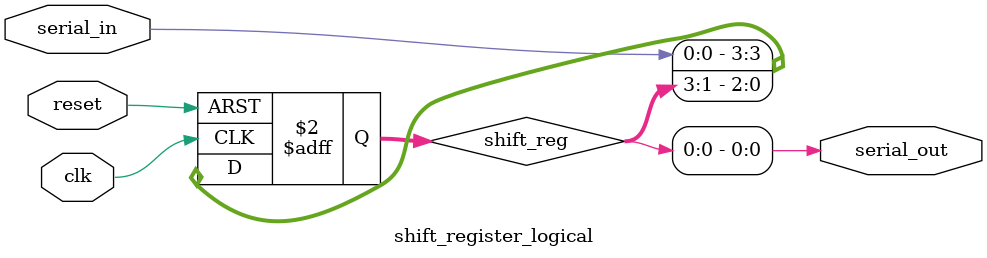
<source format=v>
module shift_register_logical (
    input wire clk,          // Clock input
    input wire reset,        // Asynchronous reset input
    input wire serial_in,    // Serial data input
    output wire serial_out   // Serial data output
);

    reg [3:0] shift_reg;     // 4-bit shift register

    // Assign the serial output as the LSB of the shift register
    assign serial_out = shift_reg[0];

    // Always block for sequential logic
    always @(posedge clk or posedge reset) begin
        if (reset) begin
            shift_reg <= 4'b0000;  // Clear the shift register on reset
        end else begin
            shift_reg <= {serial_in, shift_reg[3:1]}; // Right shift and insert serial_in at MSB
            // shift_reg <= shift_reg >> 1; // Logical right shift (alternate method)
            // shift_reg[3] <= serial_in;    // Assign serial_in to MSB
        end
    end

endmodule


/* module shift_register_nonblocking (
    input wire clk,          // Clock input
    input wire reset,        // Asynchronous reset input
    input wire serial_in,    // Serial data input
    output wire serial_out   // Serial data output
);

    reg [3:0] shift_reg;     // 4-bit shift register

    // Assign the serial output as the LSB of the shift register
    assign serial_out = shift_reg[0];

    // Always block for sequential logic
    always @(posedge clk or posedge reset) begin
        if (reset) begin
            shift_reg <= 4'b0000;  // Clear the shift register on reset
        end else begin
            shift_reg[0] <= shift_reg[1]; // Shift LSB
            shift_reg[1] <= shift_reg[2]; // Shift next bit
            shift_reg[2] <= shift_reg[3]; // Shift next bit
            shift_reg[3] <= serial_in;    // Insert serial_in at MSB
        end
    end

endmodule */



</source>
